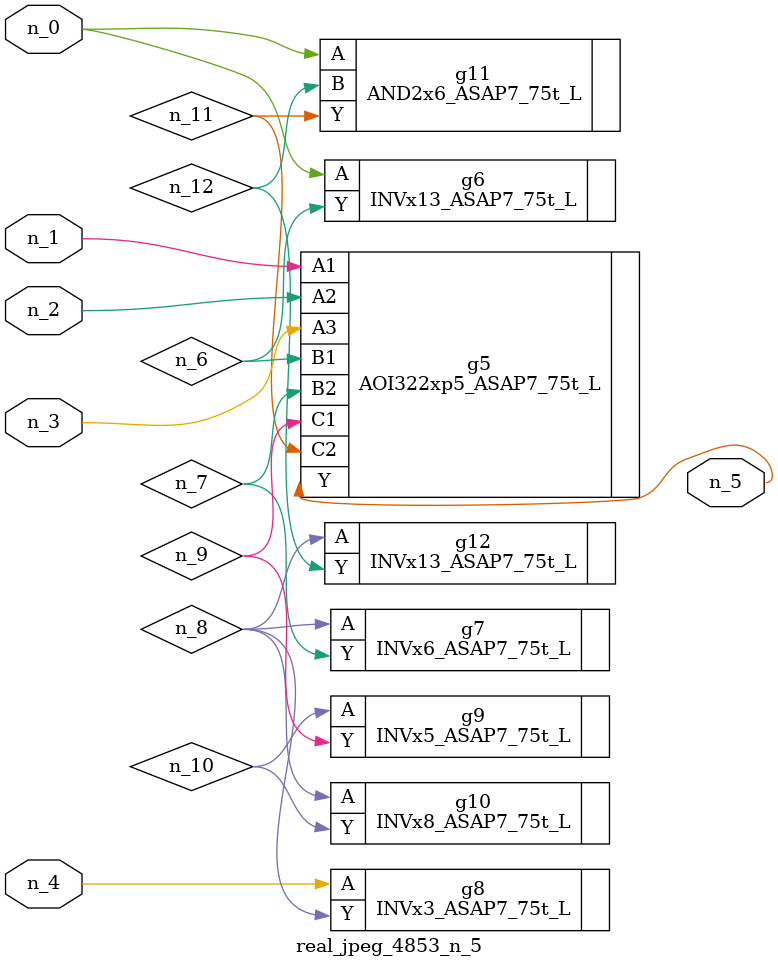
<source format=v>
module real_jpeg_4853_n_5 (n_4, n_0, n_1, n_2, n_3, n_5);

input n_4;
input n_0;
input n_1;
input n_2;
input n_3;

output n_5;

wire n_12;
wire n_8;
wire n_11;
wire n_6;
wire n_7;
wire n_10;
wire n_9;

INVx13_ASAP7_75t_L g6 ( 
.A(n_0),
.Y(n_6)
);

AND2x6_ASAP7_75t_L g11 ( 
.A(n_0),
.B(n_12),
.Y(n_11)
);

AOI322xp5_ASAP7_75t_L g5 ( 
.A1(n_1),
.A2(n_2),
.A3(n_3),
.B1(n_6),
.B2(n_7),
.C1(n_9),
.C2(n_11),
.Y(n_5)
);

INVx3_ASAP7_75t_L g8 ( 
.A(n_4),
.Y(n_8)
);

INVx6_ASAP7_75t_L g7 ( 
.A(n_8),
.Y(n_7)
);

INVx8_ASAP7_75t_L g10 ( 
.A(n_8),
.Y(n_10)
);

INVx13_ASAP7_75t_L g12 ( 
.A(n_8),
.Y(n_12)
);

INVx5_ASAP7_75t_L g9 ( 
.A(n_10),
.Y(n_9)
);


endmodule
</source>
